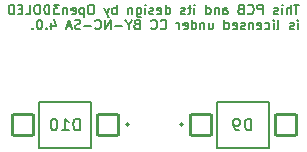
<source format=gbr>
%TF.GenerationSoftware,KiCad,Pcbnew,8.0.2-8.0.2-0~ubuntu22.04.1*%
%TF.CreationDate,2024-05-15T17:42:07+09:00*%
%TF.ProjectId,sensor_emitter_board,73656e73-6f72-45f6-956d-69747465725f,rev?*%
%TF.SameCoordinates,Original*%
%TF.FileFunction,Legend,Bot*%
%TF.FilePolarity,Positive*%
%FSLAX46Y46*%
G04 Gerber Fmt 4.6, Leading zero omitted, Abs format (unit mm)*
G04 Created by KiCad (PCBNEW 8.0.2-8.0.2-0~ubuntu22.04.1) date 2024-05-15 17:42:07*
%MOMM*%
%LPD*%
G01*
G04 APERTURE LIST*
G04 Aperture macros list*
%AMRoundRect*
0 Rectangle with rounded corners*
0 $1 Rounding radius*
0 $2 $3 $4 $5 $6 $7 $8 $9 X,Y pos of 4 corners*
0 Add a 4 corners polygon primitive as box body*
4,1,4,$2,$3,$4,$5,$6,$7,$8,$9,$2,$3,0*
0 Add four circle primitives for the rounded corners*
1,1,$1+$1,$2,$3*
1,1,$1+$1,$4,$5*
1,1,$1+$1,$6,$7*
1,1,$1+$1,$8,$9*
0 Add four rect primitives between the rounded corners*
20,1,$1+$1,$2,$3,$4,$5,0*
20,1,$1+$1,$4,$5,$6,$7,0*
20,1,$1+$1,$6,$7,$8,$9,0*
20,1,$1+$1,$8,$9,$2,$3,0*%
G04 Aperture macros list end*
%ADD10C,0.200000*%
%ADD11C,0.150000*%
%ADD12C,0.127000*%
%ADD13C,1.600000*%
%ADD14R,1.700000X1.700000*%
%ADD15O,1.700000X1.700000*%
%ADD16RoundRect,0.102000X-0.875000X-0.900000X0.875000X-0.900000X0.875000X0.900000X-0.875000X0.900000X0*%
%ADD17RoundRect,0.102000X0.875000X0.900000X-0.875000X0.900000X-0.875000X-0.900000X0.875000X-0.900000X0*%
G04 APERTURE END LIST*
D10*
X116792231Y-95803740D02*
X116335088Y-95803740D01*
X116563660Y-96603740D02*
X116563660Y-95803740D01*
X116068421Y-96603740D02*
X116068421Y-95803740D01*
X115725564Y-96603740D02*
X115725564Y-96184692D01*
X115725564Y-96184692D02*
X115763659Y-96108502D01*
X115763659Y-96108502D02*
X115839850Y-96070406D01*
X115839850Y-96070406D02*
X115954136Y-96070406D01*
X115954136Y-96070406D02*
X116030326Y-96108502D01*
X116030326Y-96108502D02*
X116068421Y-96146597D01*
X115344611Y-96603740D02*
X115344611Y-96070406D01*
X115344611Y-95803740D02*
X115382707Y-95841835D01*
X115382707Y-95841835D02*
X115344611Y-95879930D01*
X115344611Y-95879930D02*
X115306516Y-95841835D01*
X115306516Y-95841835D02*
X115344611Y-95803740D01*
X115344611Y-95803740D02*
X115344611Y-95879930D01*
X115001755Y-96565645D02*
X114925564Y-96603740D01*
X114925564Y-96603740D02*
X114773183Y-96603740D01*
X114773183Y-96603740D02*
X114696993Y-96565645D01*
X114696993Y-96565645D02*
X114658897Y-96489454D01*
X114658897Y-96489454D02*
X114658897Y-96451359D01*
X114658897Y-96451359D02*
X114696993Y-96375168D01*
X114696993Y-96375168D02*
X114773183Y-96337073D01*
X114773183Y-96337073D02*
X114887469Y-96337073D01*
X114887469Y-96337073D02*
X114963659Y-96298978D01*
X114963659Y-96298978D02*
X115001755Y-96222787D01*
X115001755Y-96222787D02*
X115001755Y-96184692D01*
X115001755Y-96184692D02*
X114963659Y-96108502D01*
X114963659Y-96108502D02*
X114887469Y-96070406D01*
X114887469Y-96070406D02*
X114773183Y-96070406D01*
X114773183Y-96070406D02*
X114696993Y-96108502D01*
X113706516Y-96603740D02*
X113706516Y-95803740D01*
X113706516Y-95803740D02*
X113401754Y-95803740D01*
X113401754Y-95803740D02*
X113325564Y-95841835D01*
X113325564Y-95841835D02*
X113287469Y-95879930D01*
X113287469Y-95879930D02*
X113249373Y-95956121D01*
X113249373Y-95956121D02*
X113249373Y-96070406D01*
X113249373Y-96070406D02*
X113287469Y-96146597D01*
X113287469Y-96146597D02*
X113325564Y-96184692D01*
X113325564Y-96184692D02*
X113401754Y-96222787D01*
X113401754Y-96222787D02*
X113706516Y-96222787D01*
X112449373Y-96527549D02*
X112487469Y-96565645D01*
X112487469Y-96565645D02*
X112601754Y-96603740D01*
X112601754Y-96603740D02*
X112677945Y-96603740D01*
X112677945Y-96603740D02*
X112792231Y-96565645D01*
X112792231Y-96565645D02*
X112868421Y-96489454D01*
X112868421Y-96489454D02*
X112906516Y-96413264D01*
X112906516Y-96413264D02*
X112944612Y-96260883D01*
X112944612Y-96260883D02*
X112944612Y-96146597D01*
X112944612Y-96146597D02*
X112906516Y-95994216D01*
X112906516Y-95994216D02*
X112868421Y-95918025D01*
X112868421Y-95918025D02*
X112792231Y-95841835D01*
X112792231Y-95841835D02*
X112677945Y-95803740D01*
X112677945Y-95803740D02*
X112601754Y-95803740D01*
X112601754Y-95803740D02*
X112487469Y-95841835D01*
X112487469Y-95841835D02*
X112449373Y-95879930D01*
X111839850Y-96184692D02*
X111725564Y-96222787D01*
X111725564Y-96222787D02*
X111687469Y-96260883D01*
X111687469Y-96260883D02*
X111649373Y-96337073D01*
X111649373Y-96337073D02*
X111649373Y-96451359D01*
X111649373Y-96451359D02*
X111687469Y-96527549D01*
X111687469Y-96527549D02*
X111725564Y-96565645D01*
X111725564Y-96565645D02*
X111801754Y-96603740D01*
X111801754Y-96603740D02*
X112106516Y-96603740D01*
X112106516Y-96603740D02*
X112106516Y-95803740D01*
X112106516Y-95803740D02*
X111839850Y-95803740D01*
X111839850Y-95803740D02*
X111763659Y-95841835D01*
X111763659Y-95841835D02*
X111725564Y-95879930D01*
X111725564Y-95879930D02*
X111687469Y-95956121D01*
X111687469Y-95956121D02*
X111687469Y-96032311D01*
X111687469Y-96032311D02*
X111725564Y-96108502D01*
X111725564Y-96108502D02*
X111763659Y-96146597D01*
X111763659Y-96146597D02*
X111839850Y-96184692D01*
X111839850Y-96184692D02*
X112106516Y-96184692D01*
X110354135Y-96603740D02*
X110354135Y-96184692D01*
X110354135Y-96184692D02*
X110392230Y-96108502D01*
X110392230Y-96108502D02*
X110468421Y-96070406D01*
X110468421Y-96070406D02*
X110620802Y-96070406D01*
X110620802Y-96070406D02*
X110696992Y-96108502D01*
X110354135Y-96565645D02*
X110430326Y-96603740D01*
X110430326Y-96603740D02*
X110620802Y-96603740D01*
X110620802Y-96603740D02*
X110696992Y-96565645D01*
X110696992Y-96565645D02*
X110735088Y-96489454D01*
X110735088Y-96489454D02*
X110735088Y-96413264D01*
X110735088Y-96413264D02*
X110696992Y-96337073D01*
X110696992Y-96337073D02*
X110620802Y-96298978D01*
X110620802Y-96298978D02*
X110430326Y-96298978D01*
X110430326Y-96298978D02*
X110354135Y-96260883D01*
X109973182Y-96070406D02*
X109973182Y-96603740D01*
X109973182Y-96146597D02*
X109935087Y-96108502D01*
X109935087Y-96108502D02*
X109858897Y-96070406D01*
X109858897Y-96070406D02*
X109744611Y-96070406D01*
X109744611Y-96070406D02*
X109668420Y-96108502D01*
X109668420Y-96108502D02*
X109630325Y-96184692D01*
X109630325Y-96184692D02*
X109630325Y-96603740D01*
X108906515Y-96603740D02*
X108906515Y-95803740D01*
X108906515Y-96565645D02*
X108982706Y-96603740D01*
X108982706Y-96603740D02*
X109135087Y-96603740D01*
X109135087Y-96603740D02*
X109211277Y-96565645D01*
X109211277Y-96565645D02*
X109249372Y-96527549D01*
X109249372Y-96527549D02*
X109287468Y-96451359D01*
X109287468Y-96451359D02*
X109287468Y-96222787D01*
X109287468Y-96222787D02*
X109249372Y-96146597D01*
X109249372Y-96146597D02*
X109211277Y-96108502D01*
X109211277Y-96108502D02*
X109135087Y-96070406D01*
X109135087Y-96070406D02*
X108982706Y-96070406D01*
X108982706Y-96070406D02*
X108906515Y-96108502D01*
X107916038Y-96603740D02*
X107916038Y-96070406D01*
X107916038Y-95803740D02*
X107954134Y-95841835D01*
X107954134Y-95841835D02*
X107916038Y-95879930D01*
X107916038Y-95879930D02*
X107877943Y-95841835D01*
X107877943Y-95841835D02*
X107916038Y-95803740D01*
X107916038Y-95803740D02*
X107916038Y-95879930D01*
X107649372Y-96070406D02*
X107344610Y-96070406D01*
X107535086Y-95803740D02*
X107535086Y-96489454D01*
X107535086Y-96489454D02*
X107496991Y-96565645D01*
X107496991Y-96565645D02*
X107420801Y-96603740D01*
X107420801Y-96603740D02*
X107344610Y-96603740D01*
X107116039Y-96565645D02*
X107039848Y-96603740D01*
X107039848Y-96603740D02*
X106887467Y-96603740D01*
X106887467Y-96603740D02*
X106811277Y-96565645D01*
X106811277Y-96565645D02*
X106773181Y-96489454D01*
X106773181Y-96489454D02*
X106773181Y-96451359D01*
X106773181Y-96451359D02*
X106811277Y-96375168D01*
X106811277Y-96375168D02*
X106887467Y-96337073D01*
X106887467Y-96337073D02*
X107001753Y-96337073D01*
X107001753Y-96337073D02*
X107077943Y-96298978D01*
X107077943Y-96298978D02*
X107116039Y-96222787D01*
X107116039Y-96222787D02*
X107116039Y-96184692D01*
X107116039Y-96184692D02*
X107077943Y-96108502D01*
X107077943Y-96108502D02*
X107001753Y-96070406D01*
X107001753Y-96070406D02*
X106887467Y-96070406D01*
X106887467Y-96070406D02*
X106811277Y-96108502D01*
X105477943Y-96603740D02*
X105477943Y-95803740D01*
X105477943Y-96565645D02*
X105554134Y-96603740D01*
X105554134Y-96603740D02*
X105706515Y-96603740D01*
X105706515Y-96603740D02*
X105782705Y-96565645D01*
X105782705Y-96565645D02*
X105820800Y-96527549D01*
X105820800Y-96527549D02*
X105858896Y-96451359D01*
X105858896Y-96451359D02*
X105858896Y-96222787D01*
X105858896Y-96222787D02*
X105820800Y-96146597D01*
X105820800Y-96146597D02*
X105782705Y-96108502D01*
X105782705Y-96108502D02*
X105706515Y-96070406D01*
X105706515Y-96070406D02*
X105554134Y-96070406D01*
X105554134Y-96070406D02*
X105477943Y-96108502D01*
X104792228Y-96565645D02*
X104868419Y-96603740D01*
X104868419Y-96603740D02*
X105020800Y-96603740D01*
X105020800Y-96603740D02*
X105096990Y-96565645D01*
X105096990Y-96565645D02*
X105135086Y-96489454D01*
X105135086Y-96489454D02*
X105135086Y-96184692D01*
X105135086Y-96184692D02*
X105096990Y-96108502D01*
X105096990Y-96108502D02*
X105020800Y-96070406D01*
X105020800Y-96070406D02*
X104868419Y-96070406D01*
X104868419Y-96070406D02*
X104792228Y-96108502D01*
X104792228Y-96108502D02*
X104754133Y-96184692D01*
X104754133Y-96184692D02*
X104754133Y-96260883D01*
X104754133Y-96260883D02*
X105135086Y-96337073D01*
X104449372Y-96565645D02*
X104373181Y-96603740D01*
X104373181Y-96603740D02*
X104220800Y-96603740D01*
X104220800Y-96603740D02*
X104144610Y-96565645D01*
X104144610Y-96565645D02*
X104106514Y-96489454D01*
X104106514Y-96489454D02*
X104106514Y-96451359D01*
X104106514Y-96451359D02*
X104144610Y-96375168D01*
X104144610Y-96375168D02*
X104220800Y-96337073D01*
X104220800Y-96337073D02*
X104335086Y-96337073D01*
X104335086Y-96337073D02*
X104411276Y-96298978D01*
X104411276Y-96298978D02*
X104449372Y-96222787D01*
X104449372Y-96222787D02*
X104449372Y-96184692D01*
X104449372Y-96184692D02*
X104411276Y-96108502D01*
X104411276Y-96108502D02*
X104335086Y-96070406D01*
X104335086Y-96070406D02*
X104220800Y-96070406D01*
X104220800Y-96070406D02*
X104144610Y-96108502D01*
X103763657Y-96603740D02*
X103763657Y-96070406D01*
X103763657Y-95803740D02*
X103801753Y-95841835D01*
X103801753Y-95841835D02*
X103763657Y-95879930D01*
X103763657Y-95879930D02*
X103725562Y-95841835D01*
X103725562Y-95841835D02*
X103763657Y-95803740D01*
X103763657Y-95803740D02*
X103763657Y-95879930D01*
X103039848Y-96070406D02*
X103039848Y-96718025D01*
X103039848Y-96718025D02*
X103077943Y-96794216D01*
X103077943Y-96794216D02*
X103116039Y-96832311D01*
X103116039Y-96832311D02*
X103192229Y-96870406D01*
X103192229Y-96870406D02*
X103306515Y-96870406D01*
X103306515Y-96870406D02*
X103382705Y-96832311D01*
X103039848Y-96565645D02*
X103116039Y-96603740D01*
X103116039Y-96603740D02*
X103268420Y-96603740D01*
X103268420Y-96603740D02*
X103344610Y-96565645D01*
X103344610Y-96565645D02*
X103382705Y-96527549D01*
X103382705Y-96527549D02*
X103420801Y-96451359D01*
X103420801Y-96451359D02*
X103420801Y-96222787D01*
X103420801Y-96222787D02*
X103382705Y-96146597D01*
X103382705Y-96146597D02*
X103344610Y-96108502D01*
X103344610Y-96108502D02*
X103268420Y-96070406D01*
X103268420Y-96070406D02*
X103116039Y-96070406D01*
X103116039Y-96070406D02*
X103039848Y-96108502D01*
X102658895Y-96070406D02*
X102658895Y-96603740D01*
X102658895Y-96146597D02*
X102620800Y-96108502D01*
X102620800Y-96108502D02*
X102544610Y-96070406D01*
X102544610Y-96070406D02*
X102430324Y-96070406D01*
X102430324Y-96070406D02*
X102354133Y-96108502D01*
X102354133Y-96108502D02*
X102316038Y-96184692D01*
X102316038Y-96184692D02*
X102316038Y-96603740D01*
X101325561Y-96603740D02*
X101325561Y-95803740D01*
X101325561Y-96108502D02*
X101249371Y-96070406D01*
X101249371Y-96070406D02*
X101096990Y-96070406D01*
X101096990Y-96070406D02*
X101020799Y-96108502D01*
X101020799Y-96108502D02*
X100982704Y-96146597D01*
X100982704Y-96146597D02*
X100944609Y-96222787D01*
X100944609Y-96222787D02*
X100944609Y-96451359D01*
X100944609Y-96451359D02*
X100982704Y-96527549D01*
X100982704Y-96527549D02*
X101020799Y-96565645D01*
X101020799Y-96565645D02*
X101096990Y-96603740D01*
X101096990Y-96603740D02*
X101249371Y-96603740D01*
X101249371Y-96603740D02*
X101325561Y-96565645D01*
X100677942Y-96070406D02*
X100487466Y-96603740D01*
X100296989Y-96070406D02*
X100487466Y-96603740D01*
X100487466Y-96603740D02*
X100563656Y-96794216D01*
X100563656Y-96794216D02*
X100601751Y-96832311D01*
X100601751Y-96832311D02*
X100677942Y-96870406D01*
X99230322Y-95803740D02*
X99077941Y-95803740D01*
X99077941Y-95803740D02*
X99001751Y-95841835D01*
X99001751Y-95841835D02*
X98925560Y-95918025D01*
X98925560Y-95918025D02*
X98887465Y-96070406D01*
X98887465Y-96070406D02*
X98887465Y-96337073D01*
X98887465Y-96337073D02*
X98925560Y-96489454D01*
X98925560Y-96489454D02*
X99001751Y-96565645D01*
X99001751Y-96565645D02*
X99077941Y-96603740D01*
X99077941Y-96603740D02*
X99230322Y-96603740D01*
X99230322Y-96603740D02*
X99306513Y-96565645D01*
X99306513Y-96565645D02*
X99382703Y-96489454D01*
X99382703Y-96489454D02*
X99420799Y-96337073D01*
X99420799Y-96337073D02*
X99420799Y-96070406D01*
X99420799Y-96070406D02*
X99382703Y-95918025D01*
X99382703Y-95918025D02*
X99306513Y-95841835D01*
X99306513Y-95841835D02*
X99230322Y-95803740D01*
X98544608Y-96070406D02*
X98544608Y-96870406D01*
X98544608Y-96108502D02*
X98468418Y-96070406D01*
X98468418Y-96070406D02*
X98316037Y-96070406D01*
X98316037Y-96070406D02*
X98239846Y-96108502D01*
X98239846Y-96108502D02*
X98201751Y-96146597D01*
X98201751Y-96146597D02*
X98163656Y-96222787D01*
X98163656Y-96222787D02*
X98163656Y-96451359D01*
X98163656Y-96451359D02*
X98201751Y-96527549D01*
X98201751Y-96527549D02*
X98239846Y-96565645D01*
X98239846Y-96565645D02*
X98316037Y-96603740D01*
X98316037Y-96603740D02*
X98468418Y-96603740D01*
X98468418Y-96603740D02*
X98544608Y-96565645D01*
X97516036Y-96565645D02*
X97592227Y-96603740D01*
X97592227Y-96603740D02*
X97744608Y-96603740D01*
X97744608Y-96603740D02*
X97820798Y-96565645D01*
X97820798Y-96565645D02*
X97858894Y-96489454D01*
X97858894Y-96489454D02*
X97858894Y-96184692D01*
X97858894Y-96184692D02*
X97820798Y-96108502D01*
X97820798Y-96108502D02*
X97744608Y-96070406D01*
X97744608Y-96070406D02*
X97592227Y-96070406D01*
X97592227Y-96070406D02*
X97516036Y-96108502D01*
X97516036Y-96108502D02*
X97477941Y-96184692D01*
X97477941Y-96184692D02*
X97477941Y-96260883D01*
X97477941Y-96260883D02*
X97858894Y-96337073D01*
X97135084Y-96070406D02*
X97135084Y-96603740D01*
X97135084Y-96146597D02*
X97096989Y-96108502D01*
X97096989Y-96108502D02*
X97020799Y-96070406D01*
X97020799Y-96070406D02*
X96906513Y-96070406D01*
X96906513Y-96070406D02*
X96830322Y-96108502D01*
X96830322Y-96108502D02*
X96792227Y-96184692D01*
X96792227Y-96184692D02*
X96792227Y-96603740D01*
X96487465Y-95803740D02*
X95992227Y-95803740D01*
X95992227Y-95803740D02*
X96258893Y-96108502D01*
X96258893Y-96108502D02*
X96144608Y-96108502D01*
X96144608Y-96108502D02*
X96068417Y-96146597D01*
X96068417Y-96146597D02*
X96030322Y-96184692D01*
X96030322Y-96184692D02*
X95992227Y-96260883D01*
X95992227Y-96260883D02*
X95992227Y-96451359D01*
X95992227Y-96451359D02*
X96030322Y-96527549D01*
X96030322Y-96527549D02*
X96068417Y-96565645D01*
X96068417Y-96565645D02*
X96144608Y-96603740D01*
X96144608Y-96603740D02*
X96373179Y-96603740D01*
X96373179Y-96603740D02*
X96449370Y-96565645D01*
X96449370Y-96565645D02*
X96487465Y-96527549D01*
X95649369Y-96603740D02*
X95649369Y-95803740D01*
X95649369Y-95803740D02*
X95458893Y-95803740D01*
X95458893Y-95803740D02*
X95344607Y-95841835D01*
X95344607Y-95841835D02*
X95268417Y-95918025D01*
X95268417Y-95918025D02*
X95230322Y-95994216D01*
X95230322Y-95994216D02*
X95192226Y-96146597D01*
X95192226Y-96146597D02*
X95192226Y-96260883D01*
X95192226Y-96260883D02*
X95230322Y-96413264D01*
X95230322Y-96413264D02*
X95268417Y-96489454D01*
X95268417Y-96489454D02*
X95344607Y-96565645D01*
X95344607Y-96565645D02*
X95458893Y-96603740D01*
X95458893Y-96603740D02*
X95649369Y-96603740D01*
X94696988Y-95803740D02*
X94544607Y-95803740D01*
X94544607Y-95803740D02*
X94468417Y-95841835D01*
X94468417Y-95841835D02*
X94392226Y-95918025D01*
X94392226Y-95918025D02*
X94354131Y-96070406D01*
X94354131Y-96070406D02*
X94354131Y-96337073D01*
X94354131Y-96337073D02*
X94392226Y-96489454D01*
X94392226Y-96489454D02*
X94468417Y-96565645D01*
X94468417Y-96565645D02*
X94544607Y-96603740D01*
X94544607Y-96603740D02*
X94696988Y-96603740D01*
X94696988Y-96603740D02*
X94773179Y-96565645D01*
X94773179Y-96565645D02*
X94849369Y-96489454D01*
X94849369Y-96489454D02*
X94887465Y-96337073D01*
X94887465Y-96337073D02*
X94887465Y-96070406D01*
X94887465Y-96070406D02*
X94849369Y-95918025D01*
X94849369Y-95918025D02*
X94773179Y-95841835D01*
X94773179Y-95841835D02*
X94696988Y-95803740D01*
X93630322Y-96603740D02*
X94011274Y-96603740D01*
X94011274Y-96603740D02*
X94011274Y-95803740D01*
X93363655Y-96184692D02*
X93096989Y-96184692D01*
X92982703Y-96603740D02*
X93363655Y-96603740D01*
X93363655Y-96603740D02*
X93363655Y-95803740D01*
X93363655Y-95803740D02*
X92982703Y-95803740D01*
X92639845Y-96603740D02*
X92639845Y-95803740D01*
X92639845Y-95803740D02*
X92449369Y-95803740D01*
X92449369Y-95803740D02*
X92335083Y-95841835D01*
X92335083Y-95841835D02*
X92258893Y-95918025D01*
X92258893Y-95918025D02*
X92220798Y-95994216D01*
X92220798Y-95994216D02*
X92182702Y-96146597D01*
X92182702Y-96146597D02*
X92182702Y-96260883D01*
X92182702Y-96260883D02*
X92220798Y-96413264D01*
X92220798Y-96413264D02*
X92258893Y-96489454D01*
X92258893Y-96489454D02*
X92335083Y-96565645D01*
X92335083Y-96565645D02*
X92449369Y-96603740D01*
X92449369Y-96603740D02*
X92639845Y-96603740D01*
X116677945Y-97891695D02*
X116677945Y-97358361D01*
X116677945Y-97091695D02*
X116716041Y-97129790D01*
X116716041Y-97129790D02*
X116677945Y-97167885D01*
X116677945Y-97167885D02*
X116639850Y-97129790D01*
X116639850Y-97129790D02*
X116677945Y-97091695D01*
X116677945Y-97091695D02*
X116677945Y-97167885D01*
X116335089Y-97853600D02*
X116258898Y-97891695D01*
X116258898Y-97891695D02*
X116106517Y-97891695D01*
X116106517Y-97891695D02*
X116030327Y-97853600D01*
X116030327Y-97853600D02*
X115992231Y-97777409D01*
X115992231Y-97777409D02*
X115992231Y-97739314D01*
X115992231Y-97739314D02*
X116030327Y-97663123D01*
X116030327Y-97663123D02*
X116106517Y-97625028D01*
X116106517Y-97625028D02*
X116220803Y-97625028D01*
X116220803Y-97625028D02*
X116296993Y-97586933D01*
X116296993Y-97586933D02*
X116335089Y-97510742D01*
X116335089Y-97510742D02*
X116335089Y-97472647D01*
X116335089Y-97472647D02*
X116296993Y-97396457D01*
X116296993Y-97396457D02*
X116220803Y-97358361D01*
X116220803Y-97358361D02*
X116106517Y-97358361D01*
X116106517Y-97358361D02*
X116030327Y-97396457D01*
X114925565Y-97891695D02*
X115001755Y-97853600D01*
X115001755Y-97853600D02*
X115039850Y-97777409D01*
X115039850Y-97777409D02*
X115039850Y-97091695D01*
X114620802Y-97891695D02*
X114620802Y-97358361D01*
X114620802Y-97091695D02*
X114658898Y-97129790D01*
X114658898Y-97129790D02*
X114620802Y-97167885D01*
X114620802Y-97167885D02*
X114582707Y-97129790D01*
X114582707Y-97129790D02*
X114620802Y-97091695D01*
X114620802Y-97091695D02*
X114620802Y-97167885D01*
X113896993Y-97853600D02*
X113973184Y-97891695D01*
X113973184Y-97891695D02*
X114125565Y-97891695D01*
X114125565Y-97891695D02*
X114201755Y-97853600D01*
X114201755Y-97853600D02*
X114239850Y-97815504D01*
X114239850Y-97815504D02*
X114277946Y-97739314D01*
X114277946Y-97739314D02*
X114277946Y-97510742D01*
X114277946Y-97510742D02*
X114239850Y-97434552D01*
X114239850Y-97434552D02*
X114201755Y-97396457D01*
X114201755Y-97396457D02*
X114125565Y-97358361D01*
X114125565Y-97358361D02*
X113973184Y-97358361D01*
X113973184Y-97358361D02*
X113896993Y-97396457D01*
X113249374Y-97853600D02*
X113325565Y-97891695D01*
X113325565Y-97891695D02*
X113477946Y-97891695D01*
X113477946Y-97891695D02*
X113554136Y-97853600D01*
X113554136Y-97853600D02*
X113592232Y-97777409D01*
X113592232Y-97777409D02*
X113592232Y-97472647D01*
X113592232Y-97472647D02*
X113554136Y-97396457D01*
X113554136Y-97396457D02*
X113477946Y-97358361D01*
X113477946Y-97358361D02*
X113325565Y-97358361D01*
X113325565Y-97358361D02*
X113249374Y-97396457D01*
X113249374Y-97396457D02*
X113211279Y-97472647D01*
X113211279Y-97472647D02*
X113211279Y-97548838D01*
X113211279Y-97548838D02*
X113592232Y-97625028D01*
X112868422Y-97358361D02*
X112868422Y-97891695D01*
X112868422Y-97434552D02*
X112830327Y-97396457D01*
X112830327Y-97396457D02*
X112754137Y-97358361D01*
X112754137Y-97358361D02*
X112639851Y-97358361D01*
X112639851Y-97358361D02*
X112563660Y-97396457D01*
X112563660Y-97396457D02*
X112525565Y-97472647D01*
X112525565Y-97472647D02*
X112525565Y-97891695D01*
X112182708Y-97853600D02*
X112106517Y-97891695D01*
X112106517Y-97891695D02*
X111954136Y-97891695D01*
X111954136Y-97891695D02*
X111877946Y-97853600D01*
X111877946Y-97853600D02*
X111839850Y-97777409D01*
X111839850Y-97777409D02*
X111839850Y-97739314D01*
X111839850Y-97739314D02*
X111877946Y-97663123D01*
X111877946Y-97663123D02*
X111954136Y-97625028D01*
X111954136Y-97625028D02*
X112068422Y-97625028D01*
X112068422Y-97625028D02*
X112144612Y-97586933D01*
X112144612Y-97586933D02*
X112182708Y-97510742D01*
X112182708Y-97510742D02*
X112182708Y-97472647D01*
X112182708Y-97472647D02*
X112144612Y-97396457D01*
X112144612Y-97396457D02*
X112068422Y-97358361D01*
X112068422Y-97358361D02*
X111954136Y-97358361D01*
X111954136Y-97358361D02*
X111877946Y-97396457D01*
X111192231Y-97853600D02*
X111268422Y-97891695D01*
X111268422Y-97891695D02*
X111420803Y-97891695D01*
X111420803Y-97891695D02*
X111496993Y-97853600D01*
X111496993Y-97853600D02*
X111535089Y-97777409D01*
X111535089Y-97777409D02*
X111535089Y-97472647D01*
X111535089Y-97472647D02*
X111496993Y-97396457D01*
X111496993Y-97396457D02*
X111420803Y-97358361D01*
X111420803Y-97358361D02*
X111268422Y-97358361D01*
X111268422Y-97358361D02*
X111192231Y-97396457D01*
X111192231Y-97396457D02*
X111154136Y-97472647D01*
X111154136Y-97472647D02*
X111154136Y-97548838D01*
X111154136Y-97548838D02*
X111535089Y-97625028D01*
X110468422Y-97891695D02*
X110468422Y-97091695D01*
X110468422Y-97853600D02*
X110544613Y-97891695D01*
X110544613Y-97891695D02*
X110696994Y-97891695D01*
X110696994Y-97891695D02*
X110773184Y-97853600D01*
X110773184Y-97853600D02*
X110811279Y-97815504D01*
X110811279Y-97815504D02*
X110849375Y-97739314D01*
X110849375Y-97739314D02*
X110849375Y-97510742D01*
X110849375Y-97510742D02*
X110811279Y-97434552D01*
X110811279Y-97434552D02*
X110773184Y-97396457D01*
X110773184Y-97396457D02*
X110696994Y-97358361D01*
X110696994Y-97358361D02*
X110544613Y-97358361D01*
X110544613Y-97358361D02*
X110468422Y-97396457D01*
X109135088Y-97358361D02*
X109135088Y-97891695D01*
X109477945Y-97358361D02*
X109477945Y-97777409D01*
X109477945Y-97777409D02*
X109439850Y-97853600D01*
X109439850Y-97853600D02*
X109363660Y-97891695D01*
X109363660Y-97891695D02*
X109249374Y-97891695D01*
X109249374Y-97891695D02*
X109173183Y-97853600D01*
X109173183Y-97853600D02*
X109135088Y-97815504D01*
X108754135Y-97358361D02*
X108754135Y-97891695D01*
X108754135Y-97434552D02*
X108716040Y-97396457D01*
X108716040Y-97396457D02*
X108639850Y-97358361D01*
X108639850Y-97358361D02*
X108525564Y-97358361D01*
X108525564Y-97358361D02*
X108449373Y-97396457D01*
X108449373Y-97396457D02*
X108411278Y-97472647D01*
X108411278Y-97472647D02*
X108411278Y-97891695D01*
X107687468Y-97891695D02*
X107687468Y-97091695D01*
X107687468Y-97853600D02*
X107763659Y-97891695D01*
X107763659Y-97891695D02*
X107916040Y-97891695D01*
X107916040Y-97891695D02*
X107992230Y-97853600D01*
X107992230Y-97853600D02*
X108030325Y-97815504D01*
X108030325Y-97815504D02*
X108068421Y-97739314D01*
X108068421Y-97739314D02*
X108068421Y-97510742D01*
X108068421Y-97510742D02*
X108030325Y-97434552D01*
X108030325Y-97434552D02*
X107992230Y-97396457D01*
X107992230Y-97396457D02*
X107916040Y-97358361D01*
X107916040Y-97358361D02*
X107763659Y-97358361D01*
X107763659Y-97358361D02*
X107687468Y-97396457D01*
X107001753Y-97853600D02*
X107077944Y-97891695D01*
X107077944Y-97891695D02*
X107230325Y-97891695D01*
X107230325Y-97891695D02*
X107306515Y-97853600D01*
X107306515Y-97853600D02*
X107344611Y-97777409D01*
X107344611Y-97777409D02*
X107344611Y-97472647D01*
X107344611Y-97472647D02*
X107306515Y-97396457D01*
X107306515Y-97396457D02*
X107230325Y-97358361D01*
X107230325Y-97358361D02*
X107077944Y-97358361D01*
X107077944Y-97358361D02*
X107001753Y-97396457D01*
X107001753Y-97396457D02*
X106963658Y-97472647D01*
X106963658Y-97472647D02*
X106963658Y-97548838D01*
X106963658Y-97548838D02*
X107344611Y-97625028D01*
X106620801Y-97891695D02*
X106620801Y-97358361D01*
X106620801Y-97510742D02*
X106582706Y-97434552D01*
X106582706Y-97434552D02*
X106544611Y-97396457D01*
X106544611Y-97396457D02*
X106468420Y-97358361D01*
X106468420Y-97358361D02*
X106392230Y-97358361D01*
X105058896Y-97815504D02*
X105096992Y-97853600D01*
X105096992Y-97853600D02*
X105211277Y-97891695D01*
X105211277Y-97891695D02*
X105287468Y-97891695D01*
X105287468Y-97891695D02*
X105401754Y-97853600D01*
X105401754Y-97853600D02*
X105477944Y-97777409D01*
X105477944Y-97777409D02*
X105516039Y-97701219D01*
X105516039Y-97701219D02*
X105554135Y-97548838D01*
X105554135Y-97548838D02*
X105554135Y-97434552D01*
X105554135Y-97434552D02*
X105516039Y-97282171D01*
X105516039Y-97282171D02*
X105477944Y-97205980D01*
X105477944Y-97205980D02*
X105401754Y-97129790D01*
X105401754Y-97129790D02*
X105287468Y-97091695D01*
X105287468Y-97091695D02*
X105211277Y-97091695D01*
X105211277Y-97091695D02*
X105096992Y-97129790D01*
X105096992Y-97129790D02*
X105058896Y-97167885D01*
X104258896Y-97815504D02*
X104296992Y-97853600D01*
X104296992Y-97853600D02*
X104411277Y-97891695D01*
X104411277Y-97891695D02*
X104487468Y-97891695D01*
X104487468Y-97891695D02*
X104601754Y-97853600D01*
X104601754Y-97853600D02*
X104677944Y-97777409D01*
X104677944Y-97777409D02*
X104716039Y-97701219D01*
X104716039Y-97701219D02*
X104754135Y-97548838D01*
X104754135Y-97548838D02*
X104754135Y-97434552D01*
X104754135Y-97434552D02*
X104716039Y-97282171D01*
X104716039Y-97282171D02*
X104677944Y-97205980D01*
X104677944Y-97205980D02*
X104601754Y-97129790D01*
X104601754Y-97129790D02*
X104487468Y-97091695D01*
X104487468Y-97091695D02*
X104411277Y-97091695D01*
X104411277Y-97091695D02*
X104296992Y-97129790D01*
X104296992Y-97129790D02*
X104258896Y-97167885D01*
X103039849Y-97472647D02*
X102925563Y-97510742D01*
X102925563Y-97510742D02*
X102887468Y-97548838D01*
X102887468Y-97548838D02*
X102849372Y-97625028D01*
X102849372Y-97625028D02*
X102849372Y-97739314D01*
X102849372Y-97739314D02*
X102887468Y-97815504D01*
X102887468Y-97815504D02*
X102925563Y-97853600D01*
X102925563Y-97853600D02*
X103001753Y-97891695D01*
X103001753Y-97891695D02*
X103306515Y-97891695D01*
X103306515Y-97891695D02*
X103306515Y-97091695D01*
X103306515Y-97091695D02*
X103039849Y-97091695D01*
X103039849Y-97091695D02*
X102963658Y-97129790D01*
X102963658Y-97129790D02*
X102925563Y-97167885D01*
X102925563Y-97167885D02*
X102887468Y-97244076D01*
X102887468Y-97244076D02*
X102887468Y-97320266D01*
X102887468Y-97320266D02*
X102925563Y-97396457D01*
X102925563Y-97396457D02*
X102963658Y-97434552D01*
X102963658Y-97434552D02*
X103039849Y-97472647D01*
X103039849Y-97472647D02*
X103306515Y-97472647D01*
X102354134Y-97510742D02*
X102354134Y-97891695D01*
X102620801Y-97091695D02*
X102354134Y-97510742D01*
X102354134Y-97510742D02*
X102087468Y-97091695D01*
X101820801Y-97586933D02*
X101211278Y-97586933D01*
X100830325Y-97891695D02*
X100830325Y-97091695D01*
X100830325Y-97091695D02*
X100373182Y-97891695D01*
X100373182Y-97891695D02*
X100373182Y-97091695D01*
X99535087Y-97815504D02*
X99573183Y-97853600D01*
X99573183Y-97853600D02*
X99687468Y-97891695D01*
X99687468Y-97891695D02*
X99763659Y-97891695D01*
X99763659Y-97891695D02*
X99877945Y-97853600D01*
X99877945Y-97853600D02*
X99954135Y-97777409D01*
X99954135Y-97777409D02*
X99992230Y-97701219D01*
X99992230Y-97701219D02*
X100030326Y-97548838D01*
X100030326Y-97548838D02*
X100030326Y-97434552D01*
X100030326Y-97434552D02*
X99992230Y-97282171D01*
X99992230Y-97282171D02*
X99954135Y-97205980D01*
X99954135Y-97205980D02*
X99877945Y-97129790D01*
X99877945Y-97129790D02*
X99763659Y-97091695D01*
X99763659Y-97091695D02*
X99687468Y-97091695D01*
X99687468Y-97091695D02*
X99573183Y-97129790D01*
X99573183Y-97129790D02*
X99535087Y-97167885D01*
X99192230Y-97586933D02*
X98582707Y-97586933D01*
X98239850Y-97853600D02*
X98125564Y-97891695D01*
X98125564Y-97891695D02*
X97935088Y-97891695D01*
X97935088Y-97891695D02*
X97858897Y-97853600D01*
X97858897Y-97853600D02*
X97820802Y-97815504D01*
X97820802Y-97815504D02*
X97782707Y-97739314D01*
X97782707Y-97739314D02*
X97782707Y-97663123D01*
X97782707Y-97663123D02*
X97820802Y-97586933D01*
X97820802Y-97586933D02*
X97858897Y-97548838D01*
X97858897Y-97548838D02*
X97935088Y-97510742D01*
X97935088Y-97510742D02*
X98087469Y-97472647D01*
X98087469Y-97472647D02*
X98163659Y-97434552D01*
X98163659Y-97434552D02*
X98201754Y-97396457D01*
X98201754Y-97396457D02*
X98239850Y-97320266D01*
X98239850Y-97320266D02*
X98239850Y-97244076D01*
X98239850Y-97244076D02*
X98201754Y-97167885D01*
X98201754Y-97167885D02*
X98163659Y-97129790D01*
X98163659Y-97129790D02*
X98087469Y-97091695D01*
X98087469Y-97091695D02*
X97896992Y-97091695D01*
X97896992Y-97091695D02*
X97782707Y-97129790D01*
X97477945Y-97663123D02*
X97096992Y-97663123D01*
X97554135Y-97891695D02*
X97287468Y-97091695D01*
X97287468Y-97091695D02*
X97020802Y-97891695D01*
X95801754Y-97358361D02*
X95801754Y-97891695D01*
X95992230Y-97053600D02*
X96182707Y-97625028D01*
X96182707Y-97625028D02*
X95687468Y-97625028D01*
X95382706Y-97815504D02*
X95344611Y-97853600D01*
X95344611Y-97853600D02*
X95382706Y-97891695D01*
X95382706Y-97891695D02*
X95420802Y-97853600D01*
X95420802Y-97853600D02*
X95382706Y-97815504D01*
X95382706Y-97815504D02*
X95382706Y-97891695D01*
X94849373Y-97091695D02*
X94773183Y-97091695D01*
X94773183Y-97091695D02*
X94696992Y-97129790D01*
X94696992Y-97129790D02*
X94658897Y-97167885D01*
X94658897Y-97167885D02*
X94620802Y-97244076D01*
X94620802Y-97244076D02*
X94582707Y-97396457D01*
X94582707Y-97396457D02*
X94582707Y-97586933D01*
X94582707Y-97586933D02*
X94620802Y-97739314D01*
X94620802Y-97739314D02*
X94658897Y-97815504D01*
X94658897Y-97815504D02*
X94696992Y-97853600D01*
X94696992Y-97853600D02*
X94773183Y-97891695D01*
X94773183Y-97891695D02*
X94849373Y-97891695D01*
X94849373Y-97891695D02*
X94925564Y-97853600D01*
X94925564Y-97853600D02*
X94963659Y-97815504D01*
X94963659Y-97815504D02*
X95001754Y-97739314D01*
X95001754Y-97739314D02*
X95039850Y-97586933D01*
X95039850Y-97586933D02*
X95039850Y-97396457D01*
X95039850Y-97396457D02*
X95001754Y-97244076D01*
X95001754Y-97244076D02*
X94963659Y-97167885D01*
X94963659Y-97167885D02*
X94925564Y-97129790D01*
X94925564Y-97129790D02*
X94849373Y-97091695D01*
X94239849Y-97815504D02*
X94201754Y-97853600D01*
X94201754Y-97853600D02*
X94239849Y-97891695D01*
X94239849Y-97891695D02*
X94277945Y-97853600D01*
X94277945Y-97853600D02*
X94239849Y-97815504D01*
X94239849Y-97815504D02*
X94239849Y-97891695D01*
D11*
X112738094Y-106454819D02*
X112738094Y-105454819D01*
X112738094Y-105454819D02*
X112499999Y-105454819D01*
X112499999Y-105454819D02*
X112357142Y-105502438D01*
X112357142Y-105502438D02*
X112261904Y-105597676D01*
X112261904Y-105597676D02*
X112214285Y-105692914D01*
X112214285Y-105692914D02*
X112166666Y-105883390D01*
X112166666Y-105883390D02*
X112166666Y-106026247D01*
X112166666Y-106026247D02*
X112214285Y-106216723D01*
X112214285Y-106216723D02*
X112261904Y-106311961D01*
X112261904Y-106311961D02*
X112357142Y-106407200D01*
X112357142Y-106407200D02*
X112499999Y-106454819D01*
X112499999Y-106454819D02*
X112738094Y-106454819D01*
X111690475Y-106454819D02*
X111499999Y-106454819D01*
X111499999Y-106454819D02*
X111404761Y-106407200D01*
X111404761Y-106407200D02*
X111357142Y-106359580D01*
X111357142Y-106359580D02*
X111261904Y-106216723D01*
X111261904Y-106216723D02*
X111214285Y-106026247D01*
X111214285Y-106026247D02*
X111214285Y-105645295D01*
X111214285Y-105645295D02*
X111261904Y-105550057D01*
X111261904Y-105550057D02*
X111309523Y-105502438D01*
X111309523Y-105502438D02*
X111404761Y-105454819D01*
X111404761Y-105454819D02*
X111595237Y-105454819D01*
X111595237Y-105454819D02*
X111690475Y-105502438D01*
X111690475Y-105502438D02*
X111738094Y-105550057D01*
X111738094Y-105550057D02*
X111785713Y-105645295D01*
X111785713Y-105645295D02*
X111785713Y-105883390D01*
X111785713Y-105883390D02*
X111738094Y-105978628D01*
X111738094Y-105978628D02*
X111690475Y-106026247D01*
X111690475Y-106026247D02*
X111595237Y-106073866D01*
X111595237Y-106073866D02*
X111404761Y-106073866D01*
X111404761Y-106073866D02*
X111309523Y-106026247D01*
X111309523Y-106026247D02*
X111261904Y-105978628D01*
X111261904Y-105978628D02*
X111214285Y-105883390D01*
X98214285Y-106454819D02*
X98214285Y-105454819D01*
X98214285Y-105454819D02*
X97976190Y-105454819D01*
X97976190Y-105454819D02*
X97833333Y-105502438D01*
X97833333Y-105502438D02*
X97738095Y-105597676D01*
X97738095Y-105597676D02*
X97690476Y-105692914D01*
X97690476Y-105692914D02*
X97642857Y-105883390D01*
X97642857Y-105883390D02*
X97642857Y-106026247D01*
X97642857Y-106026247D02*
X97690476Y-106216723D01*
X97690476Y-106216723D02*
X97738095Y-106311961D01*
X97738095Y-106311961D02*
X97833333Y-106407200D01*
X97833333Y-106407200D02*
X97976190Y-106454819D01*
X97976190Y-106454819D02*
X98214285Y-106454819D01*
X96690476Y-106454819D02*
X97261904Y-106454819D01*
X96976190Y-106454819D02*
X96976190Y-105454819D01*
X96976190Y-105454819D02*
X97071428Y-105597676D01*
X97071428Y-105597676D02*
X97166666Y-105692914D01*
X97166666Y-105692914D02*
X97261904Y-105740533D01*
X96071428Y-105454819D02*
X95976190Y-105454819D01*
X95976190Y-105454819D02*
X95880952Y-105502438D01*
X95880952Y-105502438D02*
X95833333Y-105550057D01*
X95833333Y-105550057D02*
X95785714Y-105645295D01*
X95785714Y-105645295D02*
X95738095Y-105835771D01*
X95738095Y-105835771D02*
X95738095Y-106073866D01*
X95738095Y-106073866D02*
X95785714Y-106264342D01*
X95785714Y-106264342D02*
X95833333Y-106359580D01*
X95833333Y-106359580D02*
X95880952Y-106407200D01*
X95880952Y-106407200D02*
X95976190Y-106454819D01*
X95976190Y-106454819D02*
X96071428Y-106454819D01*
X96071428Y-106454819D02*
X96166666Y-106407200D01*
X96166666Y-106407200D02*
X96214285Y-106359580D01*
X96214285Y-106359580D02*
X96261904Y-106264342D01*
X96261904Y-106264342D02*
X96309523Y-106073866D01*
X96309523Y-106073866D02*
X96309523Y-105835771D01*
X96309523Y-105835771D02*
X96261904Y-105645295D01*
X96261904Y-105645295D02*
X96214285Y-105550057D01*
X96214285Y-105550057D02*
X96166666Y-105502438D01*
X96166666Y-105502438D02*
X96071428Y-105454819D01*
D12*
%TO.C,D9*%
X109875000Y-104020000D02*
X109875000Y-107920000D01*
X109875000Y-107920000D02*
X114275000Y-107920000D01*
X114275000Y-104020000D02*
X109875000Y-104020000D01*
X114275000Y-107920000D02*
X114275000Y-104020000D01*
D10*
X106925000Y-105970000D02*
G75*
G02*
X106725000Y-105970000I-100000J0D01*
G01*
X106725000Y-105970000D02*
G75*
G02*
X106925000Y-105970000I100000J0D01*
G01*
D12*
%TO.C,D10*%
X94800000Y-104020000D02*
X94800000Y-107920000D01*
X94800000Y-107920000D02*
X99200000Y-107920000D01*
X99200000Y-104020000D02*
X94800000Y-104020000D01*
X99200000Y-107920000D02*
X99200000Y-104020000D01*
D10*
X102350000Y-105970000D02*
G75*
G02*
X102150000Y-105970000I-100000J0D01*
G01*
X102150000Y-105970000D02*
G75*
G02*
X102350000Y-105970000I100000J0D01*
G01*
%TD*%
%LPC*%
D13*
%TO.C,H3*%
X94000000Y-87500000D03*
%TD*%
D14*
%TO.C,J2*%
X98300000Y-87500000D03*
D15*
X100840000Y-87500000D03*
X103380000Y-87500000D03*
X105920000Y-87500000D03*
X108460000Y-87500000D03*
X111000000Y-87500000D03*
%TD*%
D13*
%TO.C,H4*%
X115000000Y-87500000D03*
%TD*%
D16*
%TO.C,D9*%
X115650000Y-105970000D03*
X108500000Y-105970000D03*
%TD*%
D17*
%TO.C,D10*%
X93425000Y-105970000D03*
X100575000Y-105970000D03*
%TD*%
%LPD*%
M02*

</source>
